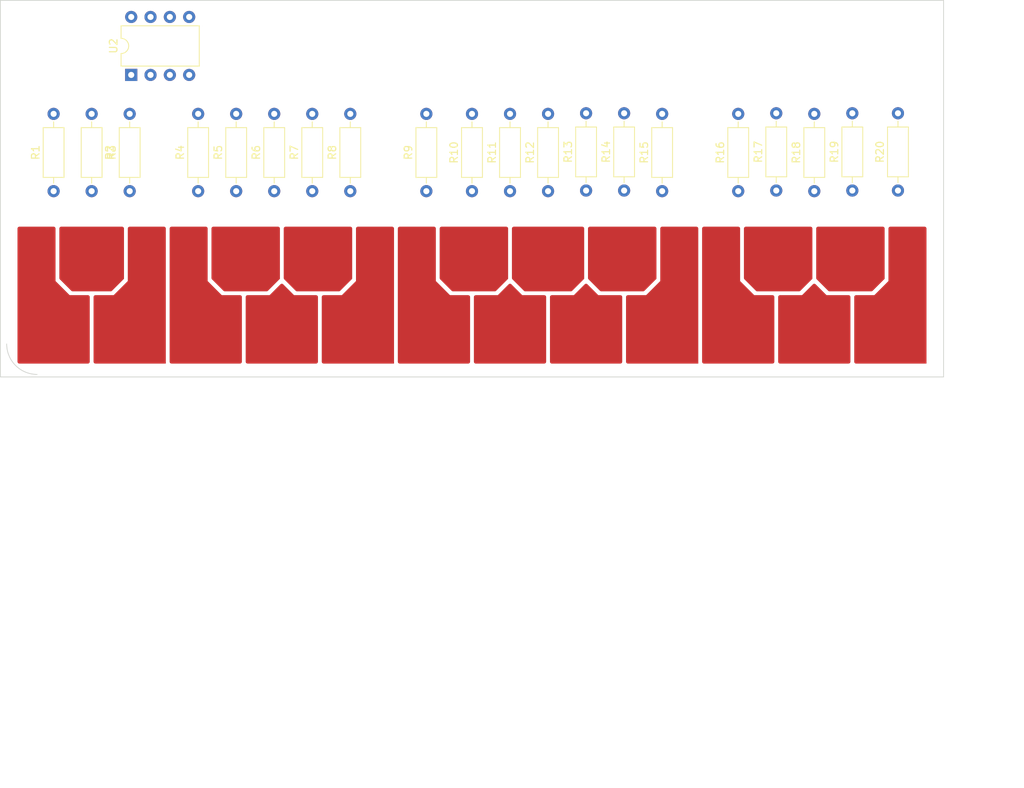
<source format=kicad_pcb>
(kicad_pcb (version 20221018) (generator pcbnew)
  (layers (0 "F.Cu" signal) (31 "B.Cu" signal) (34 "B.Paste" user) (35 "F.Paste" user) (36 "B.SilkS" user "B.Silkscreen") (37 "F.SilkS" user "F.Silkscreen") (38 "B.Mask" user) (39 "F.Mask" user) (44 "Edge.Cuts" user))
  (net 0 "")
  (net 1 "Net-(J1-Pin_1)")
  (net 2 "Net-(J2-Pin_1)")
  (net 3 "Net-(J3-Pin_1)")
  (net 4 "Net-(J4-Pin_1)")
  (net 5 "Net-(J5-Pin_1)")
  (net 6 "Net-(J6-Pin_1)")
  (net 7 "Net-(J7-Pin_1)")
  (net 8 "Net-(J8-Pin_1)")
  (net 9 "Net-(J9-Pin_1)")
  (net 10 "Net-(J10-Pin_1)")
  (net 11 "Net-(J11-Pin_1)")
  (net 12 "Net-(J12-Pin_1)")
  (net 13 "Net-(J13-Pin_1)")
  (net 14 "Net-(J14-Pin_1)")
  (net 15 "Net-(J15-Pin_1)")
  (net 16 "GND")
  (net 17 "VCC")
  (net 18 "Net-(U2-THR)")
  (net 19 "Net-(J16-Pin_1)")
  (net 20 "Net-(J17-Pin_1)")
  (net 21 "Net-(J18-Pin_1)")
  (net 22 "Net-(J19-Pin_1)")
  (net 23 "Net-(J20-Pin_1)")
  (net 24 "Net-(J21-Pin_1)")
  (net 25 "Net-(U2-CV)")
  (footprint "Resistor_THT:R_Axial_DIN0207_L6.3mm_D2.5mm_P10.16mm_Horizontal" (layer "F.Cu") (at 67 75.08 90)
    (fp_text reference "R3" (at 5.08 -2.37 90) (layer "F.SilkS"))
    (fp_text value "R")
    (fp_line (start 1.04 0) (end 1.81 0) (stroke (width 0.12)) (layer "F.SilkS"))
    (fp_line (start 1.81 -1.37) (end 1.81 1.37) (stroke (width 0.12)) (layer "F.SilkS"))
    (fp_line (start 1.81 1.37) (end 8.35 1.37) (stroke (width 0.12)) (layer "F.SilkS"))
    (fp_line (start 8.35 -1.37) (end 1.81 -1.37) (stroke (width 0.12)) (layer "F.SilkS"))
    (fp_line (start 8.35 1.37) (end 8.35 -1.37) (stroke (width 0.12)) (layer "F.SilkS"))
    (fp_line (start 9.12 0) (end 8.35 0) (stroke (width 0.12)) (layer "F.SilkS"))
    (pad "1" thru_hole circle (at 0 0 90) (size 1.6 1.6) (drill 0.8) (layers "*.Cu" "*.Mask") (net 2 "Net-(J2-Pin_1)"))
    (pad "2" thru_hole oval (at 10.16 0 90) (size 1.6 1.6) (drill 0.8) (layers "*.Cu" "*.Mask") (net 3 "Net-(J3-Pin_1)"))
  )
  (footprint "Package_DIP:DIP-8_W7.62mm" (layer "F.Cu") (at 67.2 59.8 90)
    (fp_text reference "U2" (at 3.81 -2.33 90) (layer "F.SilkS"))
    (fp_text value "NE555P")
    (fp_line (start 1.16 -1.33) (end 1.16 8.95) (stroke (width 0.12)) (layer "F.SilkS"))
    (fp_line (start 1.16 8.95) (end 6.46 8.95) (stroke (width 0.12)) (layer "F.SilkS"))
    (fp_line (start 2.81 -1.33) (end 1.16 -1.33) (stroke (width 0.12)) (layer "F.SilkS"))
    (fp_line (start 6.46 -1.33) (end 4.81 -1.33) (stroke (width 0.12)) (layer "F.SilkS"))
    (fp_line (start 6.46 8.95) (end 6.46 -1.33) (stroke (width 0.12)) (layer "F.SilkS"))
    (fp_arc (start 4.81 -1.33) (mid 3.81 -0.33) (end 2.81 -1.33) (stroke (width 0.12)) (layer "F.SilkS"))
    (pad "1" thru_hole rect (at 0 0 90) (size 1.6 1.6) (drill 0.8) (layers "*.Cu" "*.Mask") (net 16 "GND"))
    (pad "2" thru_hole oval (at 0 2.54 90) (size 1.6 1.6) (drill 0.8) (layers "*.Cu" "*.Mask") (net 18 "Net-(U2-THR)"))
    (pad "3" thru_hole oval (at 0 5.08 90) (size 1.6 1.6) (drill 0.8) (layers "*.Cu" "*.Mask") (net 24 "Net-(J21-Pin_1)"))
    (pad "4" thru_hole oval (at 0 7.62 90) (size 1.6 1.6) (drill 0.8) (layers "*.Cu" "*.Mask") (net 17 "VCC"))
    (pad "5" thru_hole oval (at 7.62 7.62 90) (size 1.6 1.6) (drill 0.8) (layers "*.Cu" "*.Mask") (net 25 "Net-(U2-CV)"))
    (pad "6" thru_hole oval (at 7.62 5.08 90) (size 1.6 1.6) (drill 0.8) (layers "*.Cu" "*.Mask") (net 18 "Net-(U2-THR)"))
    (pad "7" thru_hole oval (at 7.62 2.54 90) (size 1.6 1.6) (drill 0.8) (layers "*.Cu" "*.Mask"))
    (pad "8" thru_hole oval (at 7.62 0 90) (size 1.6 1.6) (drill 0.8) (layers "*.Cu" "*.Mask") (net 17 "VCC"))
  )
  (footprint "Resistor_THT:R_Axial_DIN0207_L6.3mm_D2.5mm_P10.16mm_Horizontal" (layer "F.Cu") (at 162 75 90)
    (fp_text reference "R19" (at 5.08 -2.37 90) (layer "F.SilkS"))
    (fp_text value "R")
    (fp_line (start 1.04 0) (end 1.81 0) (stroke (width 0.12)) (layer "F.SilkS"))
    (fp_line (start 1.81 -1.37) (end 1.81 1.37) (stroke (width 0.12)) (layer "F.SilkS"))
    (fp_line (start 1.81 1.37) (end 8.35 1.37) (stroke (width 0.12)) (layer "F.SilkS"))
    (fp_line (start 8.35 -1.37) (end 1.81 -1.37) (stroke (width 0.12)) (layer "F.SilkS"))
    (fp_line (start 8.35 1.37) (end 8.35 -1.37) (stroke (width 0.12)) (layer "F.SilkS"))
    (fp_line (start 9.12 0) (end 8.35 0) (stroke (width 0.12)) (layer "F.SilkS"))
    (pad "1" thru_hole circle (at 0 0 90) (size 1.6 1.6) (drill 0.8) (layers "*.Cu" "*.Mask") (net 21 "Net-(J18-Pin_1)"))
    (pad "2" thru_hole oval (at 10.16 0 90) (size 1.6 1.6) (drill 0.8) (layers "*.Cu" "*.Mask") (net 22 "Net-(J19-Pin_1)"))
  )
  (footprint "Resistor_THT:R_Axial_DIN0207_L6.3mm_D2.5mm_P10.16mm_Horizontal" (layer "F.Cu") (at 122 75.08 90)
    (fp_text reference "R12" (at 5.08 -2.37 90) (layer "F.SilkS"))
    (fp_text value "R")
    (fp_line (start 1.04 0) (end 1.81 0) (stroke (width 0.12)) (layer "F.SilkS"))
    (fp_line (start 1.81 -1.37) (end 1.81 1.37) (stroke (width 0.12)) (layer "F.SilkS"))
    (fp_line (start 1.81 1.37) (end 8.35 1.37) (stroke (width 0.12)) (layer "F.SilkS"))
    (fp_line (start 8.35 -1.37) (end 1.81 -1.37) (stroke (width 0.12)) (layer "F.SilkS"))
    (fp_line (start 8.35 1.37) (end 8.35 -1.37) (stroke (width 0.12)) (layer "F.SilkS"))
    (fp_line (start 9.12 0) (end 8.35 0) (stroke (width 0.12)) (layer "F.SilkS"))
    (pad "1" thru_hole circle (at 0 0 90) (size 1.6 1.6) (drill 0.8) (layers "*.Cu" "*.Mask") (net 11 "Net-(J11-Pin_1)"))
    (pad "2" thru_hole oval (at 10.16 0 90) (size 1.6 1.6) (drill 0.8) (layers "*.Cu" "*.Mask") (net 12 "Net-(J12-Pin_1)"))
  )
  (footprint "Resistor_THT:R_Axial_DIN0207_L6.3mm_D2.5mm_P10.16mm_Horizontal" (layer "F.Cu") (at 57 75.08 90)
    (fp_text reference "R1" (at 5.08 -2.37 90) (layer "F.SilkS"))
    (fp_text value "R")
    (fp_line (start 1.04 0) (end 1.81 0) (stroke (width 0.12)) (layer "F.SilkS"))
    (fp_line (start 1.81 -1.37) (end 1.81 1.37) (stroke (width 0.12)) (layer "F.SilkS"))
    (fp_line (start 1.81 1.37) (end 8.35 1.37) (stroke (width 0.12)) (layer "F.SilkS"))
    (fp_line (start 8.35 -1.37) (end 1.81 -1.37) (stroke (width 0.12)) (layer "F.SilkS"))
    (fp_line (start 8.35 1.37) (end 8.35 -1.37) (stroke (width 0.12)) (layer "F.SilkS"))
    (fp_line (start 9.12 0) (end 8.35 0) (stroke (width 0.12)) (layer "F.SilkS"))
    (pad "1" thru_hole circle (at 0 0 90) (size 1.6 1.6) (drill 0.8) (layers "*.Cu" "*.Mask") (net 18 "Net-(U2-THR)"))
    (pad "2" thru_hole oval (at 10.16 0 90) (size 1.6 1.6) (drill 0.8) (layers "*.Cu" "*.Mask") (net 1 "Net-(J1-Pin_1)"))
  )
  (footprint "Resistor_THT:R_Axial_DIN0207_L6.3mm_D2.5mm_P10.16mm_Horizontal" (layer "F.Cu") (at 127 75 90)
    (fp_text reference "R13" (at 5.08 -2.37 90) (layer "F.SilkS"))
    (fp_text value "R")
    (fp_line (start 1.04 0) (end 1.81 0) (stroke (width 0.12)) (layer "F.SilkS"))
    (fp_line (start 1.81 -1.37) (end 1.81 1.37) (stroke (width 0.12)) (layer "F.SilkS"))
    (fp_line (start 1.81 1.37) (end 8.35 1.37) (stroke (width 0.12)) (layer "F.SilkS"))
    (fp_line (start 8.35 -1.37) (end 1.81 -1.37) (stroke (width 0.12)) (layer "F.SilkS"))
    (fp_line (start 8.35 1.37) (end 8.35 -1.37) (stroke (width 0.12)) (layer "F.SilkS"))
    (fp_line (start 9.12 0) (end 8.35 0) (stroke (width 0.12)) (layer "F.SilkS"))
    (pad "1" thru_hole circle (at 0 0 90) (size 1.6 1.6) (drill 0.8) (layers "*.Cu" "*.Mask") (net 12 "Net-(J12-Pin_1)"))
    (pad "2" thru_hole oval (at 10.16 0 90) (size 1.6 1.6) (drill 0.8) (layers "*.Cu" "*.Mask") (net 13 "Net-(J13-Pin_1)"))
  )
  (footprint "Resistor_THT:R_Axial_DIN0207_L6.3mm_D2.5mm_P10.16mm_Horizontal" (layer "F.Cu") (at 137 75.08 90)
    (fp_text reference "R15" (at 5.08 -2.37 90) (layer "F.SilkS"))
    (fp_text value "R")
    (fp_line (start 1.04 0) (end 1.81 0) (stroke (width 0.12)) (layer "F.SilkS"))
    (fp_line (start 1.81 -1.37) (end 1.81 1.37) (stroke (width 0.12)) (layer "F.SilkS"))
    (fp_line (start 1.81 1.37) (end 8.35 1.37) (stroke (width 0.12)) (layer "F.SilkS"))
    (fp_line (start 8.35 -1.37) (end 1.81 -1.37) (stroke (width 0.12)) (layer "F.SilkS"))
    (fp_line (start 8.35 1.37) (end 8.35 -1.37) (stroke (width 0.12)) (layer "F.SilkS"))
    (fp_line (start 9.12 0) (end 8.35 0) (stroke (width 0.12)) (layer "F.SilkS"))
    (pad "1" thru_hole circle (at 0 0 90) (size 1.6 1.6) (drill 0.8) (layers "*.Cu" "*.Mask") (net 14 "Net-(J14-Pin_1)"))
    (pad "2" thru_hole oval (at 10.16 0 90) (size 1.6 1.6) (drill 0.8) (layers "*.Cu" "*.Mask") (net 15 "Net-(J15-Pin_1)"))
  )
  (footprint "Resistor_THT:R_Axial_DIN0207_L6.3mm_D2.5mm_P10.16mm_Horizontal" (layer "F.Cu") (at 86 75.08 90)
    (fp_text reference "R6" (at 5.08 -2.37 90) (layer "F.SilkS"))
    (fp_text value "R")
    (fp_line (start 1.04 0) (end 1.81 0) (stroke (width 0.12)) (layer "F.SilkS"))
    (fp_line (start 1.81 -1.37) (end 1.81 1.37) (stroke (width 0.12)) (layer "F.SilkS"))
    (fp_line (start 1.81 1.37) (end 8.35 1.37) (stroke (width 0.12)) (layer "F.SilkS"))
    (fp_line (start 8.35 -1.37) (end 1.81 -1.37) (stroke (width 0.12)) (layer "F.SilkS"))
    (fp_line (start 8.35 1.37) (end 8.35 -1.37) (stroke (width 0.12)) (layer "F.SilkS"))
    (fp_line (start 9.12 0) (end 8.35 0) (stroke (width 0.12)) (layer "F.SilkS"))
    (pad "1" thru_hole circle (at 0 0 90) (size 1.6 1.6) (drill 0.8) (layers "*.Cu" "*.Mask") (net 5 "Net-(J5-Pin_1)"))
    (pad "2" thru_hole oval (at 10.16 0 90) (size 1.6 1.6) (drill 0.8) (layers "*.Cu" "*.Mask") (net 6 "Net-(J6-Pin_1)"))
  )
  (footprint "Resistor_THT:R_Axial_DIN0207_L6.3mm_D2.5mm_P10.16mm_Horizontal" (layer "F.Cu") (at 168 75 90)
    (fp_text reference "R20" (at 5.08 -2.37 90) (layer "F.SilkS"))
    (fp_text value "R")
    (fp_line (start 1.04 0) (end 1.81 0) (stroke (width 0.12)) (layer "F.SilkS"))
    (fp_line (start 1.81 -1.37) (end 1.81 1.37) (stroke (width 0.12)) (layer "F.SilkS"))
    (fp_line (start 1.81 1.37) (end 8.35 1.37) (stroke (width 0.12)) (layer "F.SilkS"))
    (fp_line (start 8.35 -1.37) (end 1.81 -1.37) (stroke (width 0.12)) (layer "F.SilkS"))
    (fp_line (start 8.35 1.37) (end 8.35 -1.37) (stroke (width 0.12)) (layer "F.SilkS"))
    (fp_line (start 9.12 0) (end 8.35 0) (stroke (width 0.12)) (layer "F.SilkS"))
    (pad "1" thru_hole circle (at 0 0 90) (size 1.6 1.6) (drill 0.8) (layers "*.Cu" "*.Mask") (net 22 "Net-(J19-Pin_1)"))
    (pad "2" thru_hole oval (at 10.16 0 90) (size 1.6 1.6) (drill 0.8) (layers "*.Cu" "*.Mask") (net 23 "Net-(J20-Pin_1)"))
  )
  (footprint "Resistor_THT:R_Axial_DIN0207_L6.3mm_D2.5mm_P10.16mm_Horizontal" (layer "F.Cu") (at 76 75.08 90)
    (fp_text reference "R4" (at 5.08 -2.37 90) (layer "F.SilkS"))
    (fp_text value "R")
    (fp_line (start 1.04 0) (end 1.81 0) (stroke (width 0.12)) (layer "F.SilkS"))
    (fp_line (start 1.81 -1.37) (end 1.81 1.37) (stroke (width 0.12)) (layer "F.SilkS"))
    (fp_line (start 1.81 1.37) (end 8.35 1.37) (stroke (width 0.12)) (layer "F.SilkS"))
    (fp_line (start 8.35 -1.37) (end 1.81 -1.37) (stroke (width 0.12)) (layer "F.SilkS"))
    (fp_line (start 8.35 1.37) (end 8.35 -1.37) (stroke (width 0.12)) (layer "F.SilkS"))
    (fp_line (start 9.12 0) (end 8.35 0) (stroke (width 0.12)) (layer "F.SilkS"))
    (pad "1" thru_hole circle (at 0 0 90) (size 1.6 1.6) (drill 0.8) (layers "*.Cu" "*.Mask") (net 3 "Net-(J3-Pin_1)"))
    (pad "2" thru_hole oval (at 10.16 0 90) (size 1.6 1.6) (drill 0.8) (layers "*.Cu" "*.Mask") (net 4 "Net-(J4-Pin_1)"))
  )
  (footprint "Resistor_THT:R_Axial_DIN0207_L6.3mm_D2.5mm_P10.16mm_Horizontal" (layer "F.Cu") (at 81 75.08 90)
    (fp_text reference "R5" (at 5.08 -2.37 90) (layer "F.SilkS"))
    (fp_text value "R")
    (fp_line (start 1.04 0) (end 1.81 0) (stroke (width 0.12)) (layer "F.SilkS"))
    (fp_line (start 1.81 -1.37) (end 1.81 1.37) (stroke (width 0.12)) (layer "F.SilkS"))
    (fp_line (start 1.81 1.37) (end 8.35 1.37) (stroke (width 0.12)) (layer "F.SilkS"))
    (fp_line (start 8.35 -1.37) (end 1.81 -1.37) (stroke (width 0.12)) (layer "F.SilkS"))
    (fp_line (start 8.35 1.37) (end 8.35 -1.37) (stroke (width 0.12)) (layer "F.SilkS"))
    (fp_line (start 9.12 0) (end 8.35 0) (stroke (width 0.12)) (layer "F.SilkS"))
    (pad "1" thru_hole circle (at 0 0 90) (size 1.6 1.6) (drill 0.8) (layers "*.Cu" "*.Mask") (net 4 "Net-(J4-Pin_1)"))
    (pad "2" thru_hole oval (at 10.16 0 90) (size 1.6 1.6) (drill 0.8) (layers "*.Cu" "*.Mask") (net 5 "Net-(J5-Pin_1)"))
  )
  (footprint "Resistor_THT:R_Axial_DIN0207_L6.3mm_D2.5mm_P10.16mm_Horizontal" (layer "F.Cu") (at 152 75 90)
    (fp_text reference "R17" (at 5.08 -2.37 90) (layer "F.SilkS"))
    (fp_text value "R")
    (fp_line (start 1.04 0) (end 1.81 0) (stroke (width 0.12)) (layer "F.SilkS"))
    (fp_line (start 1.81 -1.37) (end 1.81 1.37) (stroke (width 0.12)) (layer "F.SilkS"))
    (fp_line (start 1.81 1.37) (end 8.35 1.37) (stroke (width 0.12)) (layer "F.SilkS"))
    (fp_line (start 8.35 -1.37) (end 1.81 -1.37) (stroke (width 0.12)) (layer "F.SilkS"))
    (fp_line (start 8.35 1.37) (end 8.35 -1.37) (stroke (width 0.12)) (layer "F.SilkS"))
    (fp_line (start 9.12 0) (end 8.35 0) (stroke (width 0.12)) (layer "F.SilkS"))
    (pad "1" thru_hole circle (at 0 0 90) (size 1.6 1.6) (drill 0.8) (layers "*.Cu" "*.Mask") (net 19 "Net-(J16-Pin_1)"))
    (pad "2" thru_hole oval (at 10.16 0 90) (size 1.6 1.6) (drill 0.8) (layers "*.Cu" "*.Mask") (net 20 "Net-(J17-Pin_1)"))
  )
  (footprint "Resistor_THT:R_Axial_DIN0207_L6.3mm_D2.5mm_P10.16mm_Horizontal" (layer "F.Cu") (at 106 75.08 90)
    (fp_text reference "R9" (at 5.08 -2.37 90) (layer "F.SilkS"))
    (fp_text value "R")
    (fp_line (start 1.04 0) (end 1.81 0) (stroke (width 0.12)) (layer "F.SilkS"))
    (fp_line (start 1.81 -1.37) (end 1.81 1.37) (stroke (width 0.12)) (layer "F.SilkS"))
    (fp_line (start 1.81 1.37) (end 8.35 1.37) (stroke (width 0.12)) (layer "F.SilkS"))
    (fp_line (start 8.35 -1.37) (end 1.81 -1.37) (stroke (width 0.12)) (layer "F.SilkS"))
    (fp_line (start 8.35 1.37) (end 8.35 -1.37) (stroke (width 0.12)) (layer "F.SilkS"))
    (fp_line (start 9.12 0) (end 8.35 0) (stroke (width 0.12)) (layer "F.SilkS"))
    (pad "1" thru_hole circle (at 0 0 90) (size 1.6 1.6) (drill 0.8) (layers "*.Cu" "*.Mask") (net 8 "Net-(J8-Pin_1)"))
    (pad "2" thru_hole oval (at 10.16 0 90) (size 1.6 1.6) (drill 0.8) (layers "*.Cu" "*.Mask") (net 9 "Net-(J9-Pin_1)"))
  )
  (footprint "Resistor_THT:R_Axial_DIN0207_L6.3mm_D2.5mm_P10.16mm_Horizontal" (layer "F.Cu") (at 62 64.92 -90)
    (fp_text reference "R2" (at 5.08 -2.37 90) (layer "F.SilkS"))
    (fp_text value "R")
    (fp_line (start 1.04 0) (end 1.81 0) (stroke (width 0.12)) (layer "F.SilkS"))
    (fp_line (start 1.81 -1.37) (end 1.81 1.37) (stroke (width 0.12)) (layer "F.SilkS"))
    (fp_line (start 1.81 1.37) (end 8.35 1.37) (stroke (width 0.12)) (layer "F.SilkS"))
    (fp_line (start 8.35 -1.37) (end 1.81 -1.37) (stroke (width 0.12)) (layer "F.SilkS"))
    (fp_line (start 8.35 1.37) (end 8.35 -1.37) (stroke (width 0.12)) (layer "F.SilkS"))
    (fp_line (start 9.12 0) (end 8.35 0) (stroke (width 0.12)) (layer "F.SilkS"))
    (pad "1" thru_hole circle (at 0 0 270) (size 1.6 1.6) (drill 0.8) (layers "*.Cu" "*.Mask") (net 1 "Net-(J1-Pin_1)"))
    (pad "2" thru_hole oval (at 10.16 0 270) (size 1.6 1.6) (drill 0.8) (layers "*.Cu" "*.Mask") (net 2 "Net-(J2-Pin_1)"))
  )
  (footprint "Resistor_THT:R_Axial_DIN0207_L6.3mm_D2.5mm_P10.16mm_Horizontal" (layer "F.Cu") (at 117 75.08 90)
    (fp_text reference "R11" (at 5.08 -2.37 90) (layer "F.SilkS"))
    (fp_text value "R")
    (fp_line (start 1.04 0) (end 1.81 0) (stroke (width 0.12)) (layer "F.SilkS"))
    (fp_line (start 1.81 -1.37) (end 1.81 1.37) (stroke (width 0.12)) (layer "F.SilkS"))
    (fp_line (start 1.81 1.37) (end 8.35 1.37) (stroke (width 0.12)) (layer "F.SilkS"))
    (fp_line (start 8.35 -1.37) (end 1.81 -1.37) (stroke (width 0.12)) (layer "F.SilkS"))
    (fp_line (start 8.35 1.37) (end 8.35 -1.37) (stroke (width 0.12)) (layer "F.SilkS"))
    (fp_line (start 9.12 0) (end 8.35 0) (stroke (width 0.12)) (layer "F.SilkS"))
    (pad "1" thru_hole circle (at 0 0 90) (size 1.6 1.6) (drill 0.8) (layers "*.Cu" "*.Mask") (net 10 "Net-(J10-Pin_1)"))
    (pad "2" thru_hole oval (at 10.16 0 90) (size 1.6 1.6) (drill 0.8) (layers "*.Cu" "*.Mask") (net 11 "Net-(J11-Pin_1)"))
  )
  (footprint "Resistor_THT:R_Axial_DIN0207_L6.3mm_D2.5mm_P10.16mm_Horizontal" (layer "F.Cu") (at 96 75.08 90)
    (fp_text reference "R8" (at 5.08 -2.37 90) (layer "F.SilkS"))
    (fp_text value "R")
    (fp_line (start 1.04 0) (end 1.81 0) (stroke (width 0.12)) (layer "F.SilkS"))
    (fp_line (start 1.81 -1.37) (end 1.81 1.37) (stroke (width 0.12)) (layer "F.SilkS"))
    (fp_line (start 1.81 1.37) (end 8.35 1.37) (stroke (width 0.12)) (layer "F.SilkS"))
    (fp_line (start 8.35 -1.37) (end 1.81 -1.37) (stroke (width 0.12)) (layer "F.SilkS"))
    (fp_line (start 8.35 1.37) (end 8.35 -1.37) (stroke (width 0.12)) (layer "F.SilkS"))
    (fp_line (start 9.12 0) (end 8.35 0) (stroke (width 0.12)) (layer "F.SilkS"))
    (pad "1" thru_hole circle (at 0 0 90) (size 1.6 1.6) (drill 0.8) (layers "*.Cu" "*.Mask") (net 7 "Net-(J7-Pin_1)"))
    (pad "2" thru_hole oval (at 10.16 0 90) (size 1.6 1.6) (drill 0.8) (layers "*.Cu" "*.Mask") (net 8 "Net-(J8-Pin_1)"))
  )
  (footprint "Resistor_THT:R_Axial_DIN0207_L6.3mm_D2.5mm_P10.16mm_Horizontal" (layer "F.Cu") (at 147 75.08 90)
    (fp_text reference "R16" (at 5.08 -2.37 90) (layer "F.SilkS"))
    (fp_text value "R")
    (fp_line (start 1.04 0) (end 1.81 0) (stroke (width 0.12)) (layer "F.SilkS"))
    (fp_line (start 1.81 -1.37) (end 1.81 1.37) (stroke (width 0.12)) (layer "F.SilkS"))
    (fp_line (start 1.81 1.37) (end 8.35 1.37) (stroke (width 0.12)) (layer "F.SilkS"))
    (fp_line (start 8.35 -1.37) (end 1.81 -1.37) (stroke (width 0.12)) (layer "F.SilkS"))
    (fp_line (start 8.35 1.37) (end 8.35 -1.37) (stroke (width 0.12)) (layer "F.SilkS"))
    (fp_line (start 9.12 0) (end 8.35 0) (stroke (width 0.12)) (layer "F.SilkS"))
    (pad "1" thru_hole circle (at 0 0 90) (size 1.6 1.6) (drill 0.8) (layers "*.Cu" "*.Mask") (net 15 "Net-(J15-Pin_1)"))
    (pad "2" thru_hole oval (at 10.16 0 90) (size 1.6 1.6) (drill 0.8) (layers "*.Cu" "*.Mask") (net 19 "Net-(J16-Pin_1)"))
  )
  (footprint "Resistor_THT:R_Axial_DIN0207_L6.3mm_D2.5mm_P10.16mm_Horizontal" (layer "F.Cu") (at 157 75.08 90)
    (fp_text reference "R18" (at 5.08 -2.37 90) (layer "F.SilkS"))
    (fp_text value "R")
    (fp_line (start 1.04 0) (end 1.81 0) (stroke (width 0.12)) (layer "F.SilkS"))
    (fp_line (start 1.81 -1.37) (end 1.81 1.37) (stroke (width 0.12)) (layer "F.SilkS"))
    (fp_line (start 1.81 1.37) (end 8.35 1.37) (stroke (width 0.12)) (layer "F.SilkS"))
    (fp_line (start 8.35 -1.37) (end 1.81 -1.37) (stroke (width 0.12)) (layer "F.SilkS"))
    (fp_line (start 8.35 1.37) (end 8.35 -1.37) (stroke (width 0.12)) (layer "F.SilkS"))
    (fp_line (start 9.12 0) (end 8.35 0) (stroke (width 0.12)) (layer "F.SilkS"))
    (pad "1" thru_hole circle (at 0 0 90) (size 1.6 1.6) (drill 0.8) (layers "*.Cu" "*.Mask") (net 20 "Net-(J17-Pin_1)"))
    (pad "2" thru_hole oval (at 10.16 0 90) (size 1.6 1.6) (drill 0.8) (layers "*.Cu" "*.Mask") (net 21 "Net-(J18-Pin_1)"))
  )
  (footprint "Resistor_THT:R_Axial_DIN0207_L6.3mm_D2.5mm_P10.16mm_Horizontal" (layer "F.Cu") (at 132 75 90)
    (fp_text reference "R14" (at 5.08 -2.37 90) (layer "F.SilkS"))
    (fp_text value "R")
    (fp_line (start 1.04 0) (end 1.81 0) (stroke (width 0.12)) (layer "F.SilkS"))
    (fp_line (start 1.81 -1.37) (end 1.81 1.37) (stroke (width 0.12)) (layer "F.SilkS"))
    (fp_line (start 1.81 1.37) (end 8.35 1.37) (stroke (width 0.12)) (layer "F.SilkS"))
    (fp_line (start 8.35 -1.37) (end 1.81 -1.37) (stroke (width 0.12)) (layer "F.SilkS"))
    (fp_line (start 8.35 1.37) (end 8.35 -1.37) (stroke (width 0.12)) (layer "F.SilkS"))
    (fp_line (start 9.12 0) (end 8.35 0) (stroke (width 0.12)) (layer "F.SilkS"))
    (pad "1" thru_hole circle (at 0 0 90) (size 1.6 1.6) (drill 0.8) (layers "*.Cu" "*.Mask") (net 13 "Net-(J13-Pin_1)"))
    (pad "2" thru_hole oval (at 10.16 0 90) (size 1.6 1.6) (drill 0.8) (layers "*.Cu" "*.Mask") (net 14 "Net-(J14-Pin_1)"))
  )
  (footprint "Resistor_THT:R_Axial_DIN0207_L6.3mm_D2.5mm_P10.16mm_Horizontal" (layer "F.Cu") (at 91 75.08 90)
    (fp_text reference "R7" (at 5.08 -2.37 90) (layer "F.SilkS"))
    (fp_text value "R")
    (fp_line (start 1.04 0) (end 1.81 0) (stroke (width 0.12)) (layer "F.SilkS"))
    (fp_line (start 1.81 -1.37) (end 1.81 1.37) (stroke (width 0.12)) (layer "F.SilkS"))
    (fp_line (start 1.81 1.37) (end 8.35 1.37) (stroke (width 0.12)) (layer "F.SilkS"))
    (fp_line (start 8.35 -1.37) (end 1.81 -1.37) (stroke (width 0.12)) (layer "F.SilkS"))
    (fp_line (start 8.35 1.37) (end 8.35 -1.37) (stroke (width 0.12)) (layer "F.SilkS"))
    (fp_line (start 9.12 0) (end 8.35 0) (stroke (width 0.12)) (layer "F.SilkS"))
    (pad "1" thru_hole circle (at 0 0 90) (size 1.6 1.6) (drill 0.8) (layers "*.Cu" "*.Mask") (net 6 "Net-(J6-Pin_1)"))
    (pad "2" thru_hole oval (at 10.16 0 90) (size 1.6 1.6) (drill 0.8) (layers "*.Cu" "*.Mask") (net 7 "Net-(J7-Pin_1)"))
  )
  (footprint "Resistor_THT:R_Axial_DIN0207_L6.3mm_D2.5mm_P10.16mm_Horizontal" (layer "F.Cu") (at 112 75.08 90)
    (fp_text reference "R10" (at 5.08 -2.37 90) (layer "F.SilkS"))
    (fp_text value "R")
    (fp_line (start 1.04 0) (end 1.81 0) (stroke (width 0.12)) (layer "F.SilkS"))
    (fp_line (start 1.81 -1.37) (end 1.81 1.37) (stroke (width 0.12)) (layer "F.SilkS"))
    (fp_line (start 1.81 1.37) (end 8.35 1.37) (stroke (width 0.12)) (layer "F.SilkS"))
    (fp_line (start 8.35 -1.37) (end 1.81 -1.37) (stroke (width 0.12)) (layer "F.SilkS"))
    (fp_line (start 8.35 1.37) (end 8.35 -1.37) (stroke (width 0.12)) (layer "F.SilkS"))
    (fp_line (start 9.12 0) (end 8.35 0) (stroke (width 0.12)) (layer "F.SilkS"))
    (pad "1" thru_hole circle (at 0 0 90) (size 1.6 1.6) (drill 0.8) (layers "*.Cu" "*.Mask") (net 9 "Net-(J9-Pin_1)"))
    (pad "2" thru_hole oval (at 10.16 0 90) (size 1.6 1.6) (drill 0.8) (layers "*.Cu" "*.Mask") (net 10 "Net-(J10-Pin_1)"))
  )
  (gr_poly (pts (xy 122.5 97.5) (xy 131.5 97.5) (xy 131.5 89) (xy 128.5 89) (xy 127 87.5) (xy 125.5 89) (xy 122.5 89)) (stroke (width 0.5)) (fill solid) (layer "F.Cu"))
  (gr_poly (pts (xy 87.5 80) (xy 87.5 86.5) (xy 89 88) (xy 94.5 88) (xy 96 86.5) (xy 96 80)) (stroke (width 0.5)) (fill solid) (layer "F.Cu"))
  (gr_poly (pts (xy 58 80) (xy 58 86.5) (xy 59.5 88) (xy 64.5 88) (xy 66 86.5) (xy 66 80)) (stroke (width 0.5)) (fill solid) (layer "F.Cu"))
  (gr_poly (pts (xy 152.5 97.5) (xy 161.5 97.5) (xy 161.5 89) (xy 158.5 89) (xy 157 87.5) (xy 155.5 89) (xy 152.5 89)) (stroke (width 0.5)) (fill solid) (layer "F.Cu"))
  (gr_poly (pts (xy 72.5 97.5) (xy 81.5 97.5) (xy 81.5 89) (xy 79 89) (xy 77 87) (xy 77 80) (xy 72.5 80)) (stroke (width 0.5)) (fill solid) (layer "F.Cu"))
  (gr_poly (pts (xy 141.5 97.5) (xy 132.5 97.5) (xy 132.5 89) (xy 135 89) (xy 137 87) (xy 137 80) (xy 141.5 80)) (stroke (width 0.5)) (fill solid) (layer "F.Cu"))
  (gr_poly (pts (xy 142.5 97.5) (xy 151.5 97.5) (xy 151.5 89) (xy 149 89) (xy 147 87) (xy 147 80) (xy 142.5 80)) (stroke (width 0.5)) (fill solid) (layer "F.Cu"))
  (gr_poly (pts (xy 52.5 97.5) (xy 61.5 97.5) (xy 61.5 89) (xy 59 89) (xy 57 87) (xy 57 80) (xy 52.5 80)) (stroke (width 0.5)) (fill solid) (layer "F.Cu"))
  (gr_poly (pts (xy 101.5 97.5) (xy 92.5 97.5) (xy 92.5 89) (xy 95 89) (xy 97 87) (xy 97 80) (xy 101.5 80)) (stroke (width 0.5)) (fill solid) (layer "F.Cu"))
  (gr_poly (pts (xy 71.5 97.5) (xy 62.5 97.5) (xy 62.5 89) (xy 65 89) (xy 67 87) (xy 67 80) (xy 71.5 80)) (stroke (width 0.5)) (fill solid) (layer "F.Cu"))
  (gr_poly (pts (xy 127.5 80) (xy 127.5 86.5) (xy 129 88) (xy 134.5 88) (xy 136 86.5) (xy 136 80)) (stroke (width 0.5)) (fill solid) (layer "F.Cu"))
  (gr_poly (pts (xy 117.5 80) (xy 117.5 86.5) (xy 119 88) (xy 125 88) (xy 126.5 86.5) (xy 126.5 80)) (stroke (width 0.5)) (fill solid) (layer "F.Cu"))
  (gr_poly (pts (xy 112.5 97.5) (xy 121.5 97.5) (xy 121.5 89) (xy 118.5 89) (xy 117 87.5) (xy 115.5 89) (xy 112.5 89)) (stroke (width 0.5)) (fill solid) (layer "F.Cu"))
  (gr_poly (pts (xy 78 80) (xy 78 86.5) (xy 79.5 88) (xy 85 88) (xy 86.5 86.5) (xy 86.5 80)) (stroke (width 0.5)) (fill solid) (layer "F.Cu"))
  (gr_poly (pts (xy 82.5 97.5) (xy 91.5 97.5) (xy 91.5 89) (xy 88.5 89) (xy 87 87.5) (xy 85.5 89) (xy 82.5 89)) (stroke (width 0.5)) (fill solid) (layer "F.Cu"))
  (gr_poly (pts (xy 171.5 97.5) (xy 162.5 97.5) (xy 162.5 89) (xy 165 89) (xy 167 87) (xy 167 80) (xy 171.5 80)) (stroke (width 0.5)) (fill solid) (layer "F.Cu"))
  (gr_poly (pts (xy 157.5 80) (xy 157.5 86.5) (xy 159 88) (xy 164.5 88) (xy 166 86.5) (xy 166 80)) (stroke (width 0.5)) (fill solid) (layer "F.Cu"))
  (gr_poly (pts (xy 102.5 97.5) (xy 111.5 97.5) (xy 111.5 89) (xy 109 89) (xy 107 87) (xy 107 80) (xy 102.5 80)) (stroke (width 0.5)) (fill solid) (layer "F.Cu"))
  (gr_poly (pts (xy 148 80) (xy 148 86.5) (xy 149.5 88) (xy 155 88) (xy 156.5 86.5) (xy 156.5 80)) (stroke (width 0.5)) (fill solid) (layer "F.Cu"))
  (gr_poly (pts (xy 108 80) (xy 108 86.5) (xy 109.5 88) (xy 115 88) (xy 116.5 86.5) (xy 116.5 80)) (stroke (width 0.5)) (fill solid) (layer "F.Cu"))
  (gr_rect (start 50 50) (end 174 99.5) (stroke (width 0.1)) (fill none) (layer "Edge.Cuts"))
  (gr_arc (start 54.828427 99.171573) (mid 52 98) (end 50.828427 95.171573) (stroke (width 0.1)) (layer "Edge.Cuts"))
)
</source>
